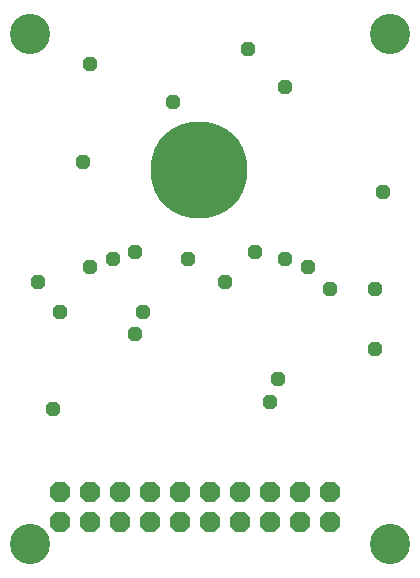
<source format=gbs>
G75*
G70*
%OFA0B0*%
%FSLAX24Y24*%
%IPPOS*%
%LPD*%
%AMOC8*
5,1,8,0,0,1.08239X$1,22.5*
%
%ADD10C,0.3230*%
%ADD11C,0.1340*%
%ADD12OC8,0.0680*%
%ADD13OC8,0.0476*%
D10*
X010416Y014238D03*
D11*
X004784Y001760D03*
X016784Y001760D03*
X016784Y018760D03*
X004784Y018760D03*
D12*
X005784Y003510D03*
X005784Y002510D03*
X006784Y002510D03*
X006784Y003510D03*
X007784Y003510D03*
X007784Y002510D03*
X008784Y002510D03*
X008784Y003510D03*
X009784Y003510D03*
X009784Y002510D03*
X010784Y002510D03*
X010784Y003510D03*
X011784Y003510D03*
X011784Y002510D03*
X012784Y002510D03*
X012784Y003510D03*
X013784Y003510D03*
X013784Y002510D03*
X014784Y002510D03*
X014784Y003510D03*
D13*
X012784Y006510D03*
X013034Y007260D03*
X014784Y010260D03*
X014034Y011010D03*
X013284Y011260D03*
X012284Y011510D03*
X011284Y010510D03*
X010034Y011260D03*
X008534Y009510D03*
X008284Y008760D03*
X006784Y011010D03*
X007534Y011260D03*
X008284Y011510D03*
X005784Y009510D03*
X005034Y010510D03*
X006534Y014510D03*
X006784Y017760D03*
X009534Y016510D03*
X012034Y018260D03*
X013284Y017010D03*
X016534Y013510D03*
X016284Y010260D03*
X016284Y008260D03*
X005534Y006260D03*
M02*

</source>
